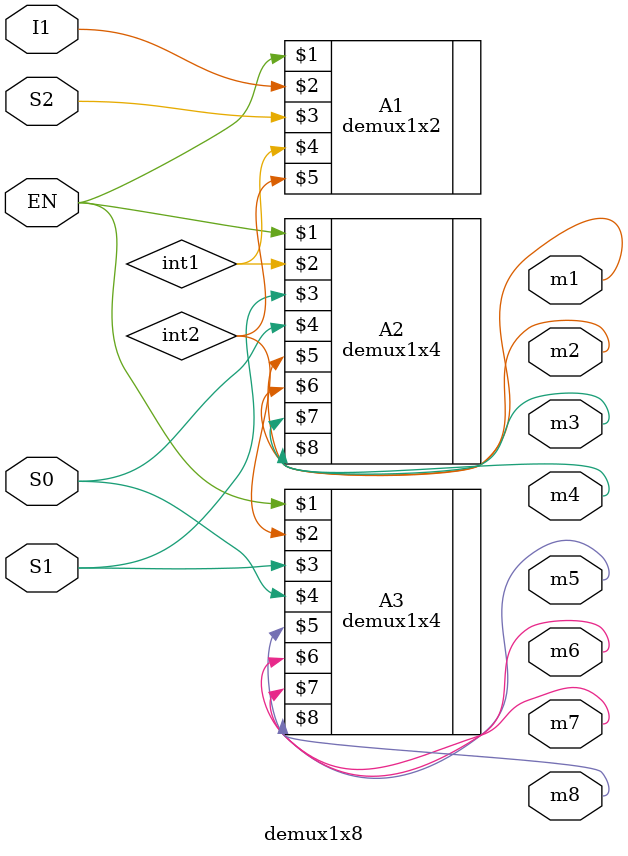
<source format=v>
`timescale 1ns / 1ps
module demux1x8(
    input EN,
    input I1,
    input S2,
    input S1,
    input S0,
    output m1,
    output m2,
    output m3,
    output m4,
    output m5,
    output m6,
    output m7,
    output m8
    );
	 
	 demux1x2 A1(EN, I1, S2, int1, int2);
	 demux1x4 A2(EN, int1, S1, S0, m1, m2, m3, m4);
	 demux1x4 A3(EN, int2, S1, S0, m5, m6, m7, m8);


endmodule

</source>
